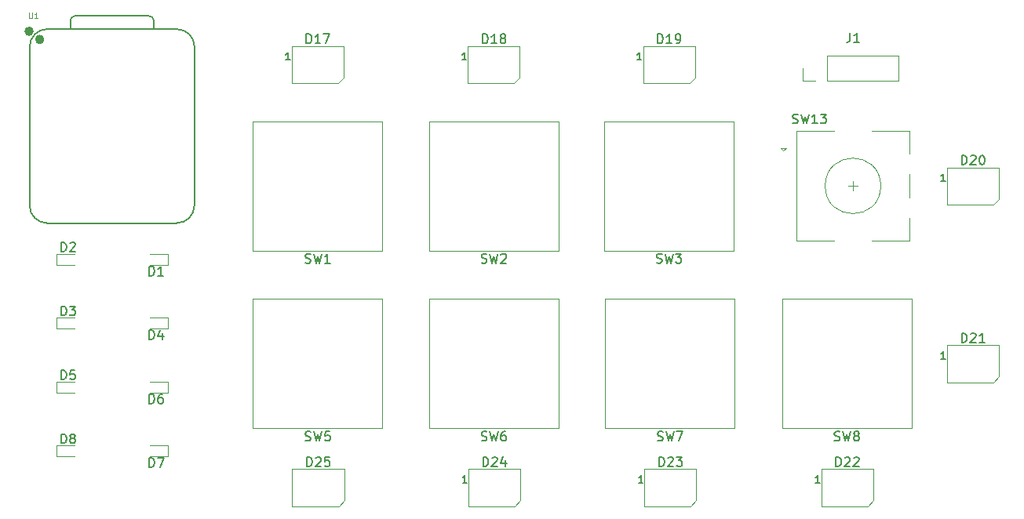
<source format=gbr>
%TF.GenerationSoftware,KiCad,Pcbnew,9.0.6*%
%TF.CreationDate,2025-11-29T18:30:52-05:00*%
%TF.ProjectId,Generalist_Macro,47656e65-7261-46c6-9973-745f4d616372,rev?*%
%TF.SameCoordinates,Original*%
%TF.FileFunction,Legend,Top*%
%TF.FilePolarity,Positive*%
%FSLAX46Y46*%
G04 Gerber Fmt 4.6, Leading zero omitted, Abs format (unit mm)*
G04 Created by KiCad (PCBNEW 9.0.6) date 2025-11-29 18:30:52*
%MOMM*%
%LPD*%
G01*
G04 APERTURE LIST*
%ADD10C,0.150000*%
%ADD11C,0.101600*%
%ADD12C,0.120000*%
%ADD13C,0.127000*%
%ADD14C,0.100000*%
%ADD15C,0.504000*%
G04 APERTURE END LIST*
D10*
X86166667Y-98181200D02*
X86309524Y-98228819D01*
X86309524Y-98228819D02*
X86547619Y-98228819D01*
X86547619Y-98228819D02*
X86642857Y-98181200D01*
X86642857Y-98181200D02*
X86690476Y-98133580D01*
X86690476Y-98133580D02*
X86738095Y-98038342D01*
X86738095Y-98038342D02*
X86738095Y-97943104D01*
X86738095Y-97943104D02*
X86690476Y-97847866D01*
X86690476Y-97847866D02*
X86642857Y-97800247D01*
X86642857Y-97800247D02*
X86547619Y-97752628D01*
X86547619Y-97752628D02*
X86357143Y-97705009D01*
X86357143Y-97705009D02*
X86261905Y-97657390D01*
X86261905Y-97657390D02*
X86214286Y-97609771D01*
X86214286Y-97609771D02*
X86166667Y-97514533D01*
X86166667Y-97514533D02*
X86166667Y-97419295D01*
X86166667Y-97419295D02*
X86214286Y-97324057D01*
X86214286Y-97324057D02*
X86261905Y-97276438D01*
X86261905Y-97276438D02*
X86357143Y-97228819D01*
X86357143Y-97228819D02*
X86595238Y-97228819D01*
X86595238Y-97228819D02*
X86738095Y-97276438D01*
X87071429Y-97228819D02*
X87309524Y-98228819D01*
X87309524Y-98228819D02*
X87500000Y-97514533D01*
X87500000Y-97514533D02*
X87690476Y-98228819D01*
X87690476Y-98228819D02*
X87928572Y-97228819D01*
X88785714Y-97228819D02*
X88309524Y-97228819D01*
X88309524Y-97228819D02*
X88261905Y-97705009D01*
X88261905Y-97705009D02*
X88309524Y-97657390D01*
X88309524Y-97657390D02*
X88404762Y-97609771D01*
X88404762Y-97609771D02*
X88642857Y-97609771D01*
X88642857Y-97609771D02*
X88738095Y-97657390D01*
X88738095Y-97657390D02*
X88785714Y-97705009D01*
X88785714Y-97705009D02*
X88833333Y-97800247D01*
X88833333Y-97800247D02*
X88833333Y-98038342D01*
X88833333Y-98038342D02*
X88785714Y-98133580D01*
X88785714Y-98133580D02*
X88738095Y-98181200D01*
X88738095Y-98181200D02*
X88642857Y-98228819D01*
X88642857Y-98228819D02*
X88404762Y-98228819D01*
X88404762Y-98228819D02*
X88309524Y-98181200D01*
X88309524Y-98181200D02*
X88261905Y-98133580D01*
X105285714Y-55304819D02*
X105285714Y-54304819D01*
X105285714Y-54304819D02*
X105523809Y-54304819D01*
X105523809Y-54304819D02*
X105666666Y-54352438D01*
X105666666Y-54352438D02*
X105761904Y-54447676D01*
X105761904Y-54447676D02*
X105809523Y-54542914D01*
X105809523Y-54542914D02*
X105857142Y-54733390D01*
X105857142Y-54733390D02*
X105857142Y-54876247D01*
X105857142Y-54876247D02*
X105809523Y-55066723D01*
X105809523Y-55066723D02*
X105761904Y-55161961D01*
X105761904Y-55161961D02*
X105666666Y-55257200D01*
X105666666Y-55257200D02*
X105523809Y-55304819D01*
X105523809Y-55304819D02*
X105285714Y-55304819D01*
X106809523Y-55304819D02*
X106238095Y-55304819D01*
X106523809Y-55304819D02*
X106523809Y-54304819D01*
X106523809Y-54304819D02*
X106428571Y-54447676D01*
X106428571Y-54447676D02*
X106333333Y-54542914D01*
X106333333Y-54542914D02*
X106238095Y-54590533D01*
X107380952Y-54733390D02*
X107285714Y-54685771D01*
X107285714Y-54685771D02*
X107238095Y-54638152D01*
X107238095Y-54638152D02*
X107190476Y-54542914D01*
X107190476Y-54542914D02*
X107190476Y-54495295D01*
X107190476Y-54495295D02*
X107238095Y-54400057D01*
X107238095Y-54400057D02*
X107285714Y-54352438D01*
X107285714Y-54352438D02*
X107380952Y-54304819D01*
X107380952Y-54304819D02*
X107571428Y-54304819D01*
X107571428Y-54304819D02*
X107666666Y-54352438D01*
X107666666Y-54352438D02*
X107714285Y-54400057D01*
X107714285Y-54400057D02*
X107761904Y-54495295D01*
X107761904Y-54495295D02*
X107761904Y-54542914D01*
X107761904Y-54542914D02*
X107714285Y-54638152D01*
X107714285Y-54638152D02*
X107666666Y-54685771D01*
X107666666Y-54685771D02*
X107571428Y-54733390D01*
X107571428Y-54733390D02*
X107380952Y-54733390D01*
X107380952Y-54733390D02*
X107285714Y-54781009D01*
X107285714Y-54781009D02*
X107238095Y-54828628D01*
X107238095Y-54828628D02*
X107190476Y-54923866D01*
X107190476Y-54923866D02*
X107190476Y-55114342D01*
X107190476Y-55114342D02*
X107238095Y-55209580D01*
X107238095Y-55209580D02*
X107285714Y-55257200D01*
X107285714Y-55257200D02*
X107380952Y-55304819D01*
X107380952Y-55304819D02*
X107571428Y-55304819D01*
X107571428Y-55304819D02*
X107666666Y-55257200D01*
X107666666Y-55257200D02*
X107714285Y-55209580D01*
X107714285Y-55209580D02*
X107761904Y-55114342D01*
X107761904Y-55114342D02*
X107761904Y-54923866D01*
X107761904Y-54923866D02*
X107714285Y-54828628D01*
X107714285Y-54828628D02*
X107666666Y-54781009D01*
X107666666Y-54781009D02*
X107571428Y-54733390D01*
X103528571Y-57087295D02*
X103071428Y-57087295D01*
X103300000Y-57087295D02*
X103300000Y-56287295D01*
X103300000Y-56287295D02*
X103223809Y-56401580D01*
X103223809Y-56401580D02*
X103147619Y-56477771D01*
X103147619Y-56477771D02*
X103071428Y-56515866D01*
X86156667Y-78981200D02*
X86299524Y-79028819D01*
X86299524Y-79028819D02*
X86537619Y-79028819D01*
X86537619Y-79028819D02*
X86632857Y-78981200D01*
X86632857Y-78981200D02*
X86680476Y-78933580D01*
X86680476Y-78933580D02*
X86728095Y-78838342D01*
X86728095Y-78838342D02*
X86728095Y-78743104D01*
X86728095Y-78743104D02*
X86680476Y-78647866D01*
X86680476Y-78647866D02*
X86632857Y-78600247D01*
X86632857Y-78600247D02*
X86537619Y-78552628D01*
X86537619Y-78552628D02*
X86347143Y-78505009D01*
X86347143Y-78505009D02*
X86251905Y-78457390D01*
X86251905Y-78457390D02*
X86204286Y-78409771D01*
X86204286Y-78409771D02*
X86156667Y-78314533D01*
X86156667Y-78314533D02*
X86156667Y-78219295D01*
X86156667Y-78219295D02*
X86204286Y-78124057D01*
X86204286Y-78124057D02*
X86251905Y-78076438D01*
X86251905Y-78076438D02*
X86347143Y-78028819D01*
X86347143Y-78028819D02*
X86585238Y-78028819D01*
X86585238Y-78028819D02*
X86728095Y-78076438D01*
X87061429Y-78028819D02*
X87299524Y-79028819D01*
X87299524Y-79028819D02*
X87490000Y-78314533D01*
X87490000Y-78314533D02*
X87680476Y-79028819D01*
X87680476Y-79028819D02*
X87918572Y-78028819D01*
X88823333Y-79028819D02*
X88251905Y-79028819D01*
X88537619Y-79028819D02*
X88537619Y-78028819D01*
X88537619Y-78028819D02*
X88442381Y-78171676D01*
X88442381Y-78171676D02*
X88347143Y-78266914D01*
X88347143Y-78266914D02*
X88251905Y-78314533D01*
X105345714Y-100979819D02*
X105345714Y-99979819D01*
X105345714Y-99979819D02*
X105583809Y-99979819D01*
X105583809Y-99979819D02*
X105726666Y-100027438D01*
X105726666Y-100027438D02*
X105821904Y-100122676D01*
X105821904Y-100122676D02*
X105869523Y-100217914D01*
X105869523Y-100217914D02*
X105917142Y-100408390D01*
X105917142Y-100408390D02*
X105917142Y-100551247D01*
X105917142Y-100551247D02*
X105869523Y-100741723D01*
X105869523Y-100741723D02*
X105821904Y-100836961D01*
X105821904Y-100836961D02*
X105726666Y-100932200D01*
X105726666Y-100932200D02*
X105583809Y-100979819D01*
X105583809Y-100979819D02*
X105345714Y-100979819D01*
X106298095Y-100075057D02*
X106345714Y-100027438D01*
X106345714Y-100027438D02*
X106440952Y-99979819D01*
X106440952Y-99979819D02*
X106679047Y-99979819D01*
X106679047Y-99979819D02*
X106774285Y-100027438D01*
X106774285Y-100027438D02*
X106821904Y-100075057D01*
X106821904Y-100075057D02*
X106869523Y-100170295D01*
X106869523Y-100170295D02*
X106869523Y-100265533D01*
X106869523Y-100265533D02*
X106821904Y-100408390D01*
X106821904Y-100408390D02*
X106250476Y-100979819D01*
X106250476Y-100979819D02*
X106869523Y-100979819D01*
X107726666Y-100313152D02*
X107726666Y-100979819D01*
X107488571Y-99932200D02*
X107250476Y-100646485D01*
X107250476Y-100646485D02*
X107869523Y-100646485D01*
X103588571Y-102762295D02*
X103131428Y-102762295D01*
X103360000Y-102762295D02*
X103360000Y-101962295D01*
X103360000Y-101962295D02*
X103283809Y-102076580D01*
X103283809Y-102076580D02*
X103207619Y-102152771D01*
X103207619Y-102152771D02*
X103131428Y-102190866D01*
X143256667Y-98181200D02*
X143399524Y-98228819D01*
X143399524Y-98228819D02*
X143637619Y-98228819D01*
X143637619Y-98228819D02*
X143732857Y-98181200D01*
X143732857Y-98181200D02*
X143780476Y-98133580D01*
X143780476Y-98133580D02*
X143828095Y-98038342D01*
X143828095Y-98038342D02*
X143828095Y-97943104D01*
X143828095Y-97943104D02*
X143780476Y-97847866D01*
X143780476Y-97847866D02*
X143732857Y-97800247D01*
X143732857Y-97800247D02*
X143637619Y-97752628D01*
X143637619Y-97752628D02*
X143447143Y-97705009D01*
X143447143Y-97705009D02*
X143351905Y-97657390D01*
X143351905Y-97657390D02*
X143304286Y-97609771D01*
X143304286Y-97609771D02*
X143256667Y-97514533D01*
X143256667Y-97514533D02*
X143256667Y-97419295D01*
X143256667Y-97419295D02*
X143304286Y-97324057D01*
X143304286Y-97324057D02*
X143351905Y-97276438D01*
X143351905Y-97276438D02*
X143447143Y-97228819D01*
X143447143Y-97228819D02*
X143685238Y-97228819D01*
X143685238Y-97228819D02*
X143828095Y-97276438D01*
X144161429Y-97228819D02*
X144399524Y-98228819D01*
X144399524Y-98228819D02*
X144590000Y-97514533D01*
X144590000Y-97514533D02*
X144780476Y-98228819D01*
X144780476Y-98228819D02*
X145018572Y-97228819D01*
X145542381Y-97657390D02*
X145447143Y-97609771D01*
X145447143Y-97609771D02*
X145399524Y-97562152D01*
X145399524Y-97562152D02*
X145351905Y-97466914D01*
X145351905Y-97466914D02*
X145351905Y-97419295D01*
X145351905Y-97419295D02*
X145399524Y-97324057D01*
X145399524Y-97324057D02*
X145447143Y-97276438D01*
X145447143Y-97276438D02*
X145542381Y-97228819D01*
X145542381Y-97228819D02*
X145732857Y-97228819D01*
X145732857Y-97228819D02*
X145828095Y-97276438D01*
X145828095Y-97276438D02*
X145875714Y-97324057D01*
X145875714Y-97324057D02*
X145923333Y-97419295D01*
X145923333Y-97419295D02*
X145923333Y-97466914D01*
X145923333Y-97466914D02*
X145875714Y-97562152D01*
X145875714Y-97562152D02*
X145828095Y-97609771D01*
X145828095Y-97609771D02*
X145732857Y-97657390D01*
X145732857Y-97657390D02*
X145542381Y-97657390D01*
X145542381Y-97657390D02*
X145447143Y-97705009D01*
X145447143Y-97705009D02*
X145399524Y-97752628D01*
X145399524Y-97752628D02*
X145351905Y-97847866D01*
X145351905Y-97847866D02*
X145351905Y-98038342D01*
X145351905Y-98038342D02*
X145399524Y-98133580D01*
X145399524Y-98133580D02*
X145447143Y-98181200D01*
X145447143Y-98181200D02*
X145542381Y-98228819D01*
X145542381Y-98228819D02*
X145732857Y-98228819D01*
X145732857Y-98228819D02*
X145828095Y-98181200D01*
X145828095Y-98181200D02*
X145875714Y-98133580D01*
X145875714Y-98133580D02*
X145923333Y-98038342D01*
X145923333Y-98038342D02*
X145923333Y-97847866D01*
X145923333Y-97847866D02*
X145875714Y-97752628D01*
X145875714Y-97752628D02*
X145828095Y-97705009D01*
X145828095Y-97705009D02*
X145732857Y-97657390D01*
X124166667Y-98181200D02*
X124309524Y-98228819D01*
X124309524Y-98228819D02*
X124547619Y-98228819D01*
X124547619Y-98228819D02*
X124642857Y-98181200D01*
X124642857Y-98181200D02*
X124690476Y-98133580D01*
X124690476Y-98133580D02*
X124738095Y-98038342D01*
X124738095Y-98038342D02*
X124738095Y-97943104D01*
X124738095Y-97943104D02*
X124690476Y-97847866D01*
X124690476Y-97847866D02*
X124642857Y-97800247D01*
X124642857Y-97800247D02*
X124547619Y-97752628D01*
X124547619Y-97752628D02*
X124357143Y-97705009D01*
X124357143Y-97705009D02*
X124261905Y-97657390D01*
X124261905Y-97657390D02*
X124214286Y-97609771D01*
X124214286Y-97609771D02*
X124166667Y-97514533D01*
X124166667Y-97514533D02*
X124166667Y-97419295D01*
X124166667Y-97419295D02*
X124214286Y-97324057D01*
X124214286Y-97324057D02*
X124261905Y-97276438D01*
X124261905Y-97276438D02*
X124357143Y-97228819D01*
X124357143Y-97228819D02*
X124595238Y-97228819D01*
X124595238Y-97228819D02*
X124738095Y-97276438D01*
X125071429Y-97228819D02*
X125309524Y-98228819D01*
X125309524Y-98228819D02*
X125500000Y-97514533D01*
X125500000Y-97514533D02*
X125690476Y-98228819D01*
X125690476Y-98228819D02*
X125928572Y-97228819D01*
X126214286Y-97228819D02*
X126880952Y-97228819D01*
X126880952Y-97228819D02*
X126452381Y-98228819D01*
X143425714Y-100979819D02*
X143425714Y-99979819D01*
X143425714Y-99979819D02*
X143663809Y-99979819D01*
X143663809Y-99979819D02*
X143806666Y-100027438D01*
X143806666Y-100027438D02*
X143901904Y-100122676D01*
X143901904Y-100122676D02*
X143949523Y-100217914D01*
X143949523Y-100217914D02*
X143997142Y-100408390D01*
X143997142Y-100408390D02*
X143997142Y-100551247D01*
X143997142Y-100551247D02*
X143949523Y-100741723D01*
X143949523Y-100741723D02*
X143901904Y-100836961D01*
X143901904Y-100836961D02*
X143806666Y-100932200D01*
X143806666Y-100932200D02*
X143663809Y-100979819D01*
X143663809Y-100979819D02*
X143425714Y-100979819D01*
X144378095Y-100075057D02*
X144425714Y-100027438D01*
X144425714Y-100027438D02*
X144520952Y-99979819D01*
X144520952Y-99979819D02*
X144759047Y-99979819D01*
X144759047Y-99979819D02*
X144854285Y-100027438D01*
X144854285Y-100027438D02*
X144901904Y-100075057D01*
X144901904Y-100075057D02*
X144949523Y-100170295D01*
X144949523Y-100170295D02*
X144949523Y-100265533D01*
X144949523Y-100265533D02*
X144901904Y-100408390D01*
X144901904Y-100408390D02*
X144330476Y-100979819D01*
X144330476Y-100979819D02*
X144949523Y-100979819D01*
X145330476Y-100075057D02*
X145378095Y-100027438D01*
X145378095Y-100027438D02*
X145473333Y-99979819D01*
X145473333Y-99979819D02*
X145711428Y-99979819D01*
X145711428Y-99979819D02*
X145806666Y-100027438D01*
X145806666Y-100027438D02*
X145854285Y-100075057D01*
X145854285Y-100075057D02*
X145901904Y-100170295D01*
X145901904Y-100170295D02*
X145901904Y-100265533D01*
X145901904Y-100265533D02*
X145854285Y-100408390D01*
X145854285Y-100408390D02*
X145282857Y-100979819D01*
X145282857Y-100979819D02*
X145901904Y-100979819D01*
X141668571Y-102762295D02*
X141211428Y-102762295D01*
X141440000Y-102762295D02*
X141440000Y-101962295D01*
X141440000Y-101962295D02*
X141363809Y-102076580D01*
X141363809Y-102076580D02*
X141287619Y-102152771D01*
X141287619Y-102152771D02*
X141211428Y-102190866D01*
X69311905Y-101086319D02*
X69311905Y-100086319D01*
X69311905Y-100086319D02*
X69550000Y-100086319D01*
X69550000Y-100086319D02*
X69692857Y-100133938D01*
X69692857Y-100133938D02*
X69788095Y-100229176D01*
X69788095Y-100229176D02*
X69835714Y-100324414D01*
X69835714Y-100324414D02*
X69883333Y-100514890D01*
X69883333Y-100514890D02*
X69883333Y-100657747D01*
X69883333Y-100657747D02*
X69835714Y-100848223D01*
X69835714Y-100848223D02*
X69788095Y-100943461D01*
X69788095Y-100943461D02*
X69692857Y-101038700D01*
X69692857Y-101038700D02*
X69550000Y-101086319D01*
X69550000Y-101086319D02*
X69311905Y-101086319D01*
X70216667Y-100086319D02*
X70883333Y-100086319D01*
X70883333Y-100086319D02*
X70454762Y-101086319D01*
X124335714Y-100979819D02*
X124335714Y-99979819D01*
X124335714Y-99979819D02*
X124573809Y-99979819D01*
X124573809Y-99979819D02*
X124716666Y-100027438D01*
X124716666Y-100027438D02*
X124811904Y-100122676D01*
X124811904Y-100122676D02*
X124859523Y-100217914D01*
X124859523Y-100217914D02*
X124907142Y-100408390D01*
X124907142Y-100408390D02*
X124907142Y-100551247D01*
X124907142Y-100551247D02*
X124859523Y-100741723D01*
X124859523Y-100741723D02*
X124811904Y-100836961D01*
X124811904Y-100836961D02*
X124716666Y-100932200D01*
X124716666Y-100932200D02*
X124573809Y-100979819D01*
X124573809Y-100979819D02*
X124335714Y-100979819D01*
X125288095Y-100075057D02*
X125335714Y-100027438D01*
X125335714Y-100027438D02*
X125430952Y-99979819D01*
X125430952Y-99979819D02*
X125669047Y-99979819D01*
X125669047Y-99979819D02*
X125764285Y-100027438D01*
X125764285Y-100027438D02*
X125811904Y-100075057D01*
X125811904Y-100075057D02*
X125859523Y-100170295D01*
X125859523Y-100170295D02*
X125859523Y-100265533D01*
X125859523Y-100265533D02*
X125811904Y-100408390D01*
X125811904Y-100408390D02*
X125240476Y-100979819D01*
X125240476Y-100979819D02*
X125859523Y-100979819D01*
X126192857Y-99979819D02*
X126811904Y-99979819D01*
X126811904Y-99979819D02*
X126478571Y-100360771D01*
X126478571Y-100360771D02*
X126621428Y-100360771D01*
X126621428Y-100360771D02*
X126716666Y-100408390D01*
X126716666Y-100408390D02*
X126764285Y-100456009D01*
X126764285Y-100456009D02*
X126811904Y-100551247D01*
X126811904Y-100551247D02*
X126811904Y-100789342D01*
X126811904Y-100789342D02*
X126764285Y-100884580D01*
X126764285Y-100884580D02*
X126716666Y-100932200D01*
X126716666Y-100932200D02*
X126621428Y-100979819D01*
X126621428Y-100979819D02*
X126335714Y-100979819D01*
X126335714Y-100979819D02*
X126240476Y-100932200D01*
X126240476Y-100932200D02*
X126192857Y-100884580D01*
X122578571Y-102762295D02*
X122121428Y-102762295D01*
X122350000Y-102762295D02*
X122350000Y-101962295D01*
X122350000Y-101962295D02*
X122273809Y-102076580D01*
X122273809Y-102076580D02*
X122197619Y-102152771D01*
X122197619Y-102152771D02*
X122121428Y-102190866D01*
X144926666Y-54184819D02*
X144926666Y-54899104D01*
X144926666Y-54899104D02*
X144879047Y-55041961D01*
X144879047Y-55041961D02*
X144783809Y-55137200D01*
X144783809Y-55137200D02*
X144640952Y-55184819D01*
X144640952Y-55184819D02*
X144545714Y-55184819D01*
X145926666Y-55184819D02*
X145355238Y-55184819D01*
X145640952Y-55184819D02*
X145640952Y-54184819D01*
X145640952Y-54184819D02*
X145545714Y-54327676D01*
X145545714Y-54327676D02*
X145450476Y-54422914D01*
X145450476Y-54422914D02*
X145355238Y-54470533D01*
X59811905Y-84686319D02*
X59811905Y-83686319D01*
X59811905Y-83686319D02*
X60050000Y-83686319D01*
X60050000Y-83686319D02*
X60192857Y-83733938D01*
X60192857Y-83733938D02*
X60288095Y-83829176D01*
X60288095Y-83829176D02*
X60335714Y-83924414D01*
X60335714Y-83924414D02*
X60383333Y-84114890D01*
X60383333Y-84114890D02*
X60383333Y-84257747D01*
X60383333Y-84257747D02*
X60335714Y-84448223D01*
X60335714Y-84448223D02*
X60288095Y-84543461D01*
X60288095Y-84543461D02*
X60192857Y-84638700D01*
X60192857Y-84638700D02*
X60050000Y-84686319D01*
X60050000Y-84686319D02*
X59811905Y-84686319D01*
X60716667Y-83686319D02*
X61335714Y-83686319D01*
X61335714Y-83686319D02*
X61002381Y-84067271D01*
X61002381Y-84067271D02*
X61145238Y-84067271D01*
X61145238Y-84067271D02*
X61240476Y-84114890D01*
X61240476Y-84114890D02*
X61288095Y-84162509D01*
X61288095Y-84162509D02*
X61335714Y-84257747D01*
X61335714Y-84257747D02*
X61335714Y-84495842D01*
X61335714Y-84495842D02*
X61288095Y-84591080D01*
X61288095Y-84591080D02*
X61240476Y-84638700D01*
X61240476Y-84638700D02*
X61145238Y-84686319D01*
X61145238Y-84686319D02*
X60859524Y-84686319D01*
X60859524Y-84686319D02*
X60764286Y-84638700D01*
X60764286Y-84638700D02*
X60716667Y-84591080D01*
X86335714Y-100979819D02*
X86335714Y-99979819D01*
X86335714Y-99979819D02*
X86573809Y-99979819D01*
X86573809Y-99979819D02*
X86716666Y-100027438D01*
X86716666Y-100027438D02*
X86811904Y-100122676D01*
X86811904Y-100122676D02*
X86859523Y-100217914D01*
X86859523Y-100217914D02*
X86907142Y-100408390D01*
X86907142Y-100408390D02*
X86907142Y-100551247D01*
X86907142Y-100551247D02*
X86859523Y-100741723D01*
X86859523Y-100741723D02*
X86811904Y-100836961D01*
X86811904Y-100836961D02*
X86716666Y-100932200D01*
X86716666Y-100932200D02*
X86573809Y-100979819D01*
X86573809Y-100979819D02*
X86335714Y-100979819D01*
X87288095Y-100075057D02*
X87335714Y-100027438D01*
X87335714Y-100027438D02*
X87430952Y-99979819D01*
X87430952Y-99979819D02*
X87669047Y-99979819D01*
X87669047Y-99979819D02*
X87764285Y-100027438D01*
X87764285Y-100027438D02*
X87811904Y-100075057D01*
X87811904Y-100075057D02*
X87859523Y-100170295D01*
X87859523Y-100170295D02*
X87859523Y-100265533D01*
X87859523Y-100265533D02*
X87811904Y-100408390D01*
X87811904Y-100408390D02*
X87240476Y-100979819D01*
X87240476Y-100979819D02*
X87859523Y-100979819D01*
X88764285Y-99979819D02*
X88288095Y-99979819D01*
X88288095Y-99979819D02*
X88240476Y-100456009D01*
X88240476Y-100456009D02*
X88288095Y-100408390D01*
X88288095Y-100408390D02*
X88383333Y-100360771D01*
X88383333Y-100360771D02*
X88621428Y-100360771D01*
X88621428Y-100360771D02*
X88716666Y-100408390D01*
X88716666Y-100408390D02*
X88764285Y-100456009D01*
X88764285Y-100456009D02*
X88811904Y-100551247D01*
X88811904Y-100551247D02*
X88811904Y-100789342D01*
X88811904Y-100789342D02*
X88764285Y-100884580D01*
X88764285Y-100884580D02*
X88716666Y-100932200D01*
X88716666Y-100932200D02*
X88621428Y-100979819D01*
X88621428Y-100979819D02*
X88383333Y-100979819D01*
X88383333Y-100979819D02*
X88288095Y-100932200D01*
X88288095Y-100932200D02*
X88240476Y-100884580D01*
X105166667Y-78981200D02*
X105309524Y-79028819D01*
X105309524Y-79028819D02*
X105547619Y-79028819D01*
X105547619Y-79028819D02*
X105642857Y-78981200D01*
X105642857Y-78981200D02*
X105690476Y-78933580D01*
X105690476Y-78933580D02*
X105738095Y-78838342D01*
X105738095Y-78838342D02*
X105738095Y-78743104D01*
X105738095Y-78743104D02*
X105690476Y-78647866D01*
X105690476Y-78647866D02*
X105642857Y-78600247D01*
X105642857Y-78600247D02*
X105547619Y-78552628D01*
X105547619Y-78552628D02*
X105357143Y-78505009D01*
X105357143Y-78505009D02*
X105261905Y-78457390D01*
X105261905Y-78457390D02*
X105214286Y-78409771D01*
X105214286Y-78409771D02*
X105166667Y-78314533D01*
X105166667Y-78314533D02*
X105166667Y-78219295D01*
X105166667Y-78219295D02*
X105214286Y-78124057D01*
X105214286Y-78124057D02*
X105261905Y-78076438D01*
X105261905Y-78076438D02*
X105357143Y-78028819D01*
X105357143Y-78028819D02*
X105595238Y-78028819D01*
X105595238Y-78028819D02*
X105738095Y-78076438D01*
X106071429Y-78028819D02*
X106309524Y-79028819D01*
X106309524Y-79028819D02*
X106500000Y-78314533D01*
X106500000Y-78314533D02*
X106690476Y-79028819D01*
X106690476Y-79028819D02*
X106928572Y-78028819D01*
X107261905Y-78124057D02*
X107309524Y-78076438D01*
X107309524Y-78076438D02*
X107404762Y-78028819D01*
X107404762Y-78028819D02*
X107642857Y-78028819D01*
X107642857Y-78028819D02*
X107738095Y-78076438D01*
X107738095Y-78076438D02*
X107785714Y-78124057D01*
X107785714Y-78124057D02*
X107833333Y-78219295D01*
X107833333Y-78219295D02*
X107833333Y-78314533D01*
X107833333Y-78314533D02*
X107785714Y-78457390D01*
X107785714Y-78457390D02*
X107214286Y-79028819D01*
X107214286Y-79028819D02*
X107833333Y-79028819D01*
X124066667Y-78981200D02*
X124209524Y-79028819D01*
X124209524Y-79028819D02*
X124447619Y-79028819D01*
X124447619Y-79028819D02*
X124542857Y-78981200D01*
X124542857Y-78981200D02*
X124590476Y-78933580D01*
X124590476Y-78933580D02*
X124638095Y-78838342D01*
X124638095Y-78838342D02*
X124638095Y-78743104D01*
X124638095Y-78743104D02*
X124590476Y-78647866D01*
X124590476Y-78647866D02*
X124542857Y-78600247D01*
X124542857Y-78600247D02*
X124447619Y-78552628D01*
X124447619Y-78552628D02*
X124257143Y-78505009D01*
X124257143Y-78505009D02*
X124161905Y-78457390D01*
X124161905Y-78457390D02*
X124114286Y-78409771D01*
X124114286Y-78409771D02*
X124066667Y-78314533D01*
X124066667Y-78314533D02*
X124066667Y-78219295D01*
X124066667Y-78219295D02*
X124114286Y-78124057D01*
X124114286Y-78124057D02*
X124161905Y-78076438D01*
X124161905Y-78076438D02*
X124257143Y-78028819D01*
X124257143Y-78028819D02*
X124495238Y-78028819D01*
X124495238Y-78028819D02*
X124638095Y-78076438D01*
X124971429Y-78028819D02*
X125209524Y-79028819D01*
X125209524Y-79028819D02*
X125400000Y-78314533D01*
X125400000Y-78314533D02*
X125590476Y-79028819D01*
X125590476Y-79028819D02*
X125828572Y-78028819D01*
X126114286Y-78028819D02*
X126733333Y-78028819D01*
X126733333Y-78028819D02*
X126400000Y-78409771D01*
X126400000Y-78409771D02*
X126542857Y-78409771D01*
X126542857Y-78409771D02*
X126638095Y-78457390D01*
X126638095Y-78457390D02*
X126685714Y-78505009D01*
X126685714Y-78505009D02*
X126733333Y-78600247D01*
X126733333Y-78600247D02*
X126733333Y-78838342D01*
X126733333Y-78838342D02*
X126685714Y-78933580D01*
X126685714Y-78933580D02*
X126638095Y-78981200D01*
X126638095Y-78981200D02*
X126542857Y-79028819D01*
X126542857Y-79028819D02*
X126257143Y-79028819D01*
X126257143Y-79028819D02*
X126161905Y-78981200D01*
X126161905Y-78981200D02*
X126114286Y-78933580D01*
X86275714Y-55304819D02*
X86275714Y-54304819D01*
X86275714Y-54304819D02*
X86513809Y-54304819D01*
X86513809Y-54304819D02*
X86656666Y-54352438D01*
X86656666Y-54352438D02*
X86751904Y-54447676D01*
X86751904Y-54447676D02*
X86799523Y-54542914D01*
X86799523Y-54542914D02*
X86847142Y-54733390D01*
X86847142Y-54733390D02*
X86847142Y-54876247D01*
X86847142Y-54876247D02*
X86799523Y-55066723D01*
X86799523Y-55066723D02*
X86751904Y-55161961D01*
X86751904Y-55161961D02*
X86656666Y-55257200D01*
X86656666Y-55257200D02*
X86513809Y-55304819D01*
X86513809Y-55304819D02*
X86275714Y-55304819D01*
X87799523Y-55304819D02*
X87228095Y-55304819D01*
X87513809Y-55304819D02*
X87513809Y-54304819D01*
X87513809Y-54304819D02*
X87418571Y-54447676D01*
X87418571Y-54447676D02*
X87323333Y-54542914D01*
X87323333Y-54542914D02*
X87228095Y-54590533D01*
X88132857Y-54304819D02*
X88799523Y-54304819D01*
X88799523Y-54304819D02*
X88370952Y-55304819D01*
X84518571Y-57087295D02*
X84061428Y-57087295D01*
X84290000Y-57087295D02*
X84290000Y-56287295D01*
X84290000Y-56287295D02*
X84213809Y-56401580D01*
X84213809Y-56401580D02*
X84137619Y-56477771D01*
X84137619Y-56477771D02*
X84061428Y-56515866D01*
X105176667Y-98181200D02*
X105319524Y-98228819D01*
X105319524Y-98228819D02*
X105557619Y-98228819D01*
X105557619Y-98228819D02*
X105652857Y-98181200D01*
X105652857Y-98181200D02*
X105700476Y-98133580D01*
X105700476Y-98133580D02*
X105748095Y-98038342D01*
X105748095Y-98038342D02*
X105748095Y-97943104D01*
X105748095Y-97943104D02*
X105700476Y-97847866D01*
X105700476Y-97847866D02*
X105652857Y-97800247D01*
X105652857Y-97800247D02*
X105557619Y-97752628D01*
X105557619Y-97752628D02*
X105367143Y-97705009D01*
X105367143Y-97705009D02*
X105271905Y-97657390D01*
X105271905Y-97657390D02*
X105224286Y-97609771D01*
X105224286Y-97609771D02*
X105176667Y-97514533D01*
X105176667Y-97514533D02*
X105176667Y-97419295D01*
X105176667Y-97419295D02*
X105224286Y-97324057D01*
X105224286Y-97324057D02*
X105271905Y-97276438D01*
X105271905Y-97276438D02*
X105367143Y-97228819D01*
X105367143Y-97228819D02*
X105605238Y-97228819D01*
X105605238Y-97228819D02*
X105748095Y-97276438D01*
X106081429Y-97228819D02*
X106319524Y-98228819D01*
X106319524Y-98228819D02*
X106510000Y-97514533D01*
X106510000Y-97514533D02*
X106700476Y-98228819D01*
X106700476Y-98228819D02*
X106938572Y-97228819D01*
X107748095Y-97228819D02*
X107557619Y-97228819D01*
X107557619Y-97228819D02*
X107462381Y-97276438D01*
X107462381Y-97276438D02*
X107414762Y-97324057D01*
X107414762Y-97324057D02*
X107319524Y-97466914D01*
X107319524Y-97466914D02*
X107271905Y-97657390D01*
X107271905Y-97657390D02*
X107271905Y-98038342D01*
X107271905Y-98038342D02*
X107319524Y-98133580D01*
X107319524Y-98133580D02*
X107367143Y-98181200D01*
X107367143Y-98181200D02*
X107462381Y-98228819D01*
X107462381Y-98228819D02*
X107652857Y-98228819D01*
X107652857Y-98228819D02*
X107748095Y-98181200D01*
X107748095Y-98181200D02*
X107795714Y-98133580D01*
X107795714Y-98133580D02*
X107843333Y-98038342D01*
X107843333Y-98038342D02*
X107843333Y-97800247D01*
X107843333Y-97800247D02*
X107795714Y-97705009D01*
X107795714Y-97705009D02*
X107748095Y-97657390D01*
X107748095Y-97657390D02*
X107652857Y-97609771D01*
X107652857Y-97609771D02*
X107462381Y-97609771D01*
X107462381Y-97609771D02*
X107367143Y-97657390D01*
X107367143Y-97657390D02*
X107319524Y-97705009D01*
X107319524Y-97705009D02*
X107271905Y-97800247D01*
X138740476Y-63907200D02*
X138883333Y-63954819D01*
X138883333Y-63954819D02*
X139121428Y-63954819D01*
X139121428Y-63954819D02*
X139216666Y-63907200D01*
X139216666Y-63907200D02*
X139264285Y-63859580D01*
X139264285Y-63859580D02*
X139311904Y-63764342D01*
X139311904Y-63764342D02*
X139311904Y-63669104D01*
X139311904Y-63669104D02*
X139264285Y-63573866D01*
X139264285Y-63573866D02*
X139216666Y-63526247D01*
X139216666Y-63526247D02*
X139121428Y-63478628D01*
X139121428Y-63478628D02*
X138930952Y-63431009D01*
X138930952Y-63431009D02*
X138835714Y-63383390D01*
X138835714Y-63383390D02*
X138788095Y-63335771D01*
X138788095Y-63335771D02*
X138740476Y-63240533D01*
X138740476Y-63240533D02*
X138740476Y-63145295D01*
X138740476Y-63145295D02*
X138788095Y-63050057D01*
X138788095Y-63050057D02*
X138835714Y-63002438D01*
X138835714Y-63002438D02*
X138930952Y-62954819D01*
X138930952Y-62954819D02*
X139169047Y-62954819D01*
X139169047Y-62954819D02*
X139311904Y-63002438D01*
X139645238Y-62954819D02*
X139883333Y-63954819D01*
X139883333Y-63954819D02*
X140073809Y-63240533D01*
X140073809Y-63240533D02*
X140264285Y-63954819D01*
X140264285Y-63954819D02*
X140502381Y-62954819D01*
X141407142Y-63954819D02*
X140835714Y-63954819D01*
X141121428Y-63954819D02*
X141121428Y-62954819D01*
X141121428Y-62954819D02*
X141026190Y-63097676D01*
X141026190Y-63097676D02*
X140930952Y-63192914D01*
X140930952Y-63192914D02*
X140835714Y-63240533D01*
X141740476Y-62954819D02*
X142359523Y-62954819D01*
X142359523Y-62954819D02*
X142026190Y-63335771D01*
X142026190Y-63335771D02*
X142169047Y-63335771D01*
X142169047Y-63335771D02*
X142264285Y-63383390D01*
X142264285Y-63383390D02*
X142311904Y-63431009D01*
X142311904Y-63431009D02*
X142359523Y-63526247D01*
X142359523Y-63526247D02*
X142359523Y-63764342D01*
X142359523Y-63764342D02*
X142311904Y-63859580D01*
X142311904Y-63859580D02*
X142264285Y-63907200D01*
X142264285Y-63907200D02*
X142169047Y-63954819D01*
X142169047Y-63954819D02*
X141883333Y-63954819D01*
X141883333Y-63954819D02*
X141788095Y-63907200D01*
X141788095Y-63907200D02*
X141740476Y-63859580D01*
X69311905Y-94186319D02*
X69311905Y-93186319D01*
X69311905Y-93186319D02*
X69550000Y-93186319D01*
X69550000Y-93186319D02*
X69692857Y-93233938D01*
X69692857Y-93233938D02*
X69788095Y-93329176D01*
X69788095Y-93329176D02*
X69835714Y-93424414D01*
X69835714Y-93424414D02*
X69883333Y-93614890D01*
X69883333Y-93614890D02*
X69883333Y-93757747D01*
X69883333Y-93757747D02*
X69835714Y-93948223D01*
X69835714Y-93948223D02*
X69788095Y-94043461D01*
X69788095Y-94043461D02*
X69692857Y-94138700D01*
X69692857Y-94138700D02*
X69550000Y-94186319D01*
X69550000Y-94186319D02*
X69311905Y-94186319D01*
X70740476Y-93186319D02*
X70550000Y-93186319D01*
X70550000Y-93186319D02*
X70454762Y-93233938D01*
X70454762Y-93233938D02*
X70407143Y-93281557D01*
X70407143Y-93281557D02*
X70311905Y-93424414D01*
X70311905Y-93424414D02*
X70264286Y-93614890D01*
X70264286Y-93614890D02*
X70264286Y-93995842D01*
X70264286Y-93995842D02*
X70311905Y-94091080D01*
X70311905Y-94091080D02*
X70359524Y-94138700D01*
X70359524Y-94138700D02*
X70454762Y-94186319D01*
X70454762Y-94186319D02*
X70645238Y-94186319D01*
X70645238Y-94186319D02*
X70740476Y-94138700D01*
X70740476Y-94138700D02*
X70788095Y-94091080D01*
X70788095Y-94091080D02*
X70835714Y-93995842D01*
X70835714Y-93995842D02*
X70835714Y-93757747D01*
X70835714Y-93757747D02*
X70788095Y-93662509D01*
X70788095Y-93662509D02*
X70740476Y-93614890D01*
X70740476Y-93614890D02*
X70645238Y-93567271D01*
X70645238Y-93567271D02*
X70454762Y-93567271D01*
X70454762Y-93567271D02*
X70359524Y-93614890D01*
X70359524Y-93614890D02*
X70311905Y-93662509D01*
X70311905Y-93662509D02*
X70264286Y-93757747D01*
D11*
X56316190Y-51953479D02*
X56316190Y-52467526D01*
X56316190Y-52467526D02*
X56346428Y-52528002D01*
X56346428Y-52528002D02*
X56376666Y-52558241D01*
X56376666Y-52558241D02*
X56437142Y-52588479D01*
X56437142Y-52588479D02*
X56558095Y-52588479D01*
X56558095Y-52588479D02*
X56618571Y-52558241D01*
X56618571Y-52558241D02*
X56648809Y-52528002D01*
X56648809Y-52528002D02*
X56679047Y-52467526D01*
X56679047Y-52467526D02*
X56679047Y-51953479D01*
X57314047Y-52588479D02*
X56951190Y-52588479D01*
X57132618Y-52588479D02*
X57132618Y-51953479D01*
X57132618Y-51953479D02*
X57072142Y-52044193D01*
X57072142Y-52044193D02*
X57011666Y-52104669D01*
X57011666Y-52104669D02*
X56951190Y-52134907D01*
D10*
X124185714Y-55304819D02*
X124185714Y-54304819D01*
X124185714Y-54304819D02*
X124423809Y-54304819D01*
X124423809Y-54304819D02*
X124566666Y-54352438D01*
X124566666Y-54352438D02*
X124661904Y-54447676D01*
X124661904Y-54447676D02*
X124709523Y-54542914D01*
X124709523Y-54542914D02*
X124757142Y-54733390D01*
X124757142Y-54733390D02*
X124757142Y-54876247D01*
X124757142Y-54876247D02*
X124709523Y-55066723D01*
X124709523Y-55066723D02*
X124661904Y-55161961D01*
X124661904Y-55161961D02*
X124566666Y-55257200D01*
X124566666Y-55257200D02*
X124423809Y-55304819D01*
X124423809Y-55304819D02*
X124185714Y-55304819D01*
X125709523Y-55304819D02*
X125138095Y-55304819D01*
X125423809Y-55304819D02*
X125423809Y-54304819D01*
X125423809Y-54304819D02*
X125328571Y-54447676D01*
X125328571Y-54447676D02*
X125233333Y-54542914D01*
X125233333Y-54542914D02*
X125138095Y-54590533D01*
X126185714Y-55304819D02*
X126376190Y-55304819D01*
X126376190Y-55304819D02*
X126471428Y-55257200D01*
X126471428Y-55257200D02*
X126519047Y-55209580D01*
X126519047Y-55209580D02*
X126614285Y-55066723D01*
X126614285Y-55066723D02*
X126661904Y-54876247D01*
X126661904Y-54876247D02*
X126661904Y-54495295D01*
X126661904Y-54495295D02*
X126614285Y-54400057D01*
X126614285Y-54400057D02*
X126566666Y-54352438D01*
X126566666Y-54352438D02*
X126471428Y-54304819D01*
X126471428Y-54304819D02*
X126280952Y-54304819D01*
X126280952Y-54304819D02*
X126185714Y-54352438D01*
X126185714Y-54352438D02*
X126138095Y-54400057D01*
X126138095Y-54400057D02*
X126090476Y-54495295D01*
X126090476Y-54495295D02*
X126090476Y-54733390D01*
X126090476Y-54733390D02*
X126138095Y-54828628D01*
X126138095Y-54828628D02*
X126185714Y-54876247D01*
X126185714Y-54876247D02*
X126280952Y-54923866D01*
X126280952Y-54923866D02*
X126471428Y-54923866D01*
X126471428Y-54923866D02*
X126566666Y-54876247D01*
X126566666Y-54876247D02*
X126614285Y-54828628D01*
X126614285Y-54828628D02*
X126661904Y-54733390D01*
X122428571Y-57087295D02*
X121971428Y-57087295D01*
X122200000Y-57087295D02*
X122200000Y-56287295D01*
X122200000Y-56287295D02*
X122123809Y-56401580D01*
X122123809Y-56401580D02*
X122047619Y-56477771D01*
X122047619Y-56477771D02*
X121971428Y-56515866D01*
X59811905Y-98486319D02*
X59811905Y-97486319D01*
X59811905Y-97486319D02*
X60050000Y-97486319D01*
X60050000Y-97486319D02*
X60192857Y-97533938D01*
X60192857Y-97533938D02*
X60288095Y-97629176D01*
X60288095Y-97629176D02*
X60335714Y-97724414D01*
X60335714Y-97724414D02*
X60383333Y-97914890D01*
X60383333Y-97914890D02*
X60383333Y-98057747D01*
X60383333Y-98057747D02*
X60335714Y-98248223D01*
X60335714Y-98248223D02*
X60288095Y-98343461D01*
X60288095Y-98343461D02*
X60192857Y-98438700D01*
X60192857Y-98438700D02*
X60050000Y-98486319D01*
X60050000Y-98486319D02*
X59811905Y-98486319D01*
X60954762Y-97914890D02*
X60859524Y-97867271D01*
X60859524Y-97867271D02*
X60811905Y-97819652D01*
X60811905Y-97819652D02*
X60764286Y-97724414D01*
X60764286Y-97724414D02*
X60764286Y-97676795D01*
X60764286Y-97676795D02*
X60811905Y-97581557D01*
X60811905Y-97581557D02*
X60859524Y-97533938D01*
X60859524Y-97533938D02*
X60954762Y-97486319D01*
X60954762Y-97486319D02*
X61145238Y-97486319D01*
X61145238Y-97486319D02*
X61240476Y-97533938D01*
X61240476Y-97533938D02*
X61288095Y-97581557D01*
X61288095Y-97581557D02*
X61335714Y-97676795D01*
X61335714Y-97676795D02*
X61335714Y-97724414D01*
X61335714Y-97724414D02*
X61288095Y-97819652D01*
X61288095Y-97819652D02*
X61240476Y-97867271D01*
X61240476Y-97867271D02*
X61145238Y-97914890D01*
X61145238Y-97914890D02*
X60954762Y-97914890D01*
X60954762Y-97914890D02*
X60859524Y-97962509D01*
X60859524Y-97962509D02*
X60811905Y-98010128D01*
X60811905Y-98010128D02*
X60764286Y-98105366D01*
X60764286Y-98105366D02*
X60764286Y-98295842D01*
X60764286Y-98295842D02*
X60811905Y-98391080D01*
X60811905Y-98391080D02*
X60859524Y-98438700D01*
X60859524Y-98438700D02*
X60954762Y-98486319D01*
X60954762Y-98486319D02*
X61145238Y-98486319D01*
X61145238Y-98486319D02*
X61240476Y-98438700D01*
X61240476Y-98438700D02*
X61288095Y-98391080D01*
X61288095Y-98391080D02*
X61335714Y-98295842D01*
X61335714Y-98295842D02*
X61335714Y-98105366D01*
X61335714Y-98105366D02*
X61288095Y-98010128D01*
X61288095Y-98010128D02*
X61240476Y-97962509D01*
X61240476Y-97962509D02*
X61145238Y-97914890D01*
X59811905Y-77786319D02*
X59811905Y-76786319D01*
X59811905Y-76786319D02*
X60050000Y-76786319D01*
X60050000Y-76786319D02*
X60192857Y-76833938D01*
X60192857Y-76833938D02*
X60288095Y-76929176D01*
X60288095Y-76929176D02*
X60335714Y-77024414D01*
X60335714Y-77024414D02*
X60383333Y-77214890D01*
X60383333Y-77214890D02*
X60383333Y-77357747D01*
X60383333Y-77357747D02*
X60335714Y-77548223D01*
X60335714Y-77548223D02*
X60288095Y-77643461D01*
X60288095Y-77643461D02*
X60192857Y-77738700D01*
X60192857Y-77738700D02*
X60050000Y-77786319D01*
X60050000Y-77786319D02*
X59811905Y-77786319D01*
X60764286Y-76881557D02*
X60811905Y-76833938D01*
X60811905Y-76833938D02*
X60907143Y-76786319D01*
X60907143Y-76786319D02*
X61145238Y-76786319D01*
X61145238Y-76786319D02*
X61240476Y-76833938D01*
X61240476Y-76833938D02*
X61288095Y-76881557D01*
X61288095Y-76881557D02*
X61335714Y-76976795D01*
X61335714Y-76976795D02*
X61335714Y-77072033D01*
X61335714Y-77072033D02*
X61288095Y-77214890D01*
X61288095Y-77214890D02*
X60716667Y-77786319D01*
X60716667Y-77786319D02*
X61335714Y-77786319D01*
X59811905Y-91586319D02*
X59811905Y-90586319D01*
X59811905Y-90586319D02*
X60050000Y-90586319D01*
X60050000Y-90586319D02*
X60192857Y-90633938D01*
X60192857Y-90633938D02*
X60288095Y-90729176D01*
X60288095Y-90729176D02*
X60335714Y-90824414D01*
X60335714Y-90824414D02*
X60383333Y-91014890D01*
X60383333Y-91014890D02*
X60383333Y-91157747D01*
X60383333Y-91157747D02*
X60335714Y-91348223D01*
X60335714Y-91348223D02*
X60288095Y-91443461D01*
X60288095Y-91443461D02*
X60192857Y-91538700D01*
X60192857Y-91538700D02*
X60050000Y-91586319D01*
X60050000Y-91586319D02*
X59811905Y-91586319D01*
X61288095Y-90586319D02*
X60811905Y-90586319D01*
X60811905Y-90586319D02*
X60764286Y-91062509D01*
X60764286Y-91062509D02*
X60811905Y-91014890D01*
X60811905Y-91014890D02*
X60907143Y-90967271D01*
X60907143Y-90967271D02*
X61145238Y-90967271D01*
X61145238Y-90967271D02*
X61240476Y-91014890D01*
X61240476Y-91014890D02*
X61288095Y-91062509D01*
X61288095Y-91062509D02*
X61335714Y-91157747D01*
X61335714Y-91157747D02*
X61335714Y-91395842D01*
X61335714Y-91395842D02*
X61288095Y-91491080D01*
X61288095Y-91491080D02*
X61240476Y-91538700D01*
X61240476Y-91538700D02*
X61145238Y-91586319D01*
X61145238Y-91586319D02*
X60907143Y-91586319D01*
X60907143Y-91586319D02*
X60811905Y-91538700D01*
X60811905Y-91538700D02*
X60764286Y-91491080D01*
X69311905Y-80386319D02*
X69311905Y-79386319D01*
X69311905Y-79386319D02*
X69550000Y-79386319D01*
X69550000Y-79386319D02*
X69692857Y-79433938D01*
X69692857Y-79433938D02*
X69788095Y-79529176D01*
X69788095Y-79529176D02*
X69835714Y-79624414D01*
X69835714Y-79624414D02*
X69883333Y-79814890D01*
X69883333Y-79814890D02*
X69883333Y-79957747D01*
X69883333Y-79957747D02*
X69835714Y-80148223D01*
X69835714Y-80148223D02*
X69788095Y-80243461D01*
X69788095Y-80243461D02*
X69692857Y-80338700D01*
X69692857Y-80338700D02*
X69550000Y-80386319D01*
X69550000Y-80386319D02*
X69311905Y-80386319D01*
X70835714Y-80386319D02*
X70264286Y-80386319D01*
X70550000Y-80386319D02*
X70550000Y-79386319D01*
X70550000Y-79386319D02*
X70454762Y-79529176D01*
X70454762Y-79529176D02*
X70359524Y-79624414D01*
X70359524Y-79624414D02*
X70264286Y-79672033D01*
X156985714Y-87604819D02*
X156985714Y-86604819D01*
X156985714Y-86604819D02*
X157223809Y-86604819D01*
X157223809Y-86604819D02*
X157366666Y-86652438D01*
X157366666Y-86652438D02*
X157461904Y-86747676D01*
X157461904Y-86747676D02*
X157509523Y-86842914D01*
X157509523Y-86842914D02*
X157557142Y-87033390D01*
X157557142Y-87033390D02*
X157557142Y-87176247D01*
X157557142Y-87176247D02*
X157509523Y-87366723D01*
X157509523Y-87366723D02*
X157461904Y-87461961D01*
X157461904Y-87461961D02*
X157366666Y-87557200D01*
X157366666Y-87557200D02*
X157223809Y-87604819D01*
X157223809Y-87604819D02*
X156985714Y-87604819D01*
X157938095Y-86700057D02*
X157985714Y-86652438D01*
X157985714Y-86652438D02*
X158080952Y-86604819D01*
X158080952Y-86604819D02*
X158319047Y-86604819D01*
X158319047Y-86604819D02*
X158414285Y-86652438D01*
X158414285Y-86652438D02*
X158461904Y-86700057D01*
X158461904Y-86700057D02*
X158509523Y-86795295D01*
X158509523Y-86795295D02*
X158509523Y-86890533D01*
X158509523Y-86890533D02*
X158461904Y-87033390D01*
X158461904Y-87033390D02*
X157890476Y-87604819D01*
X157890476Y-87604819D02*
X158509523Y-87604819D01*
X159461904Y-87604819D02*
X158890476Y-87604819D01*
X159176190Y-87604819D02*
X159176190Y-86604819D01*
X159176190Y-86604819D02*
X159080952Y-86747676D01*
X159080952Y-86747676D02*
X158985714Y-86842914D01*
X158985714Y-86842914D02*
X158890476Y-86890533D01*
X155228571Y-89387295D02*
X154771428Y-89387295D01*
X155000000Y-89387295D02*
X155000000Y-88587295D01*
X155000000Y-88587295D02*
X154923809Y-88701580D01*
X154923809Y-88701580D02*
X154847619Y-88777771D01*
X154847619Y-88777771D02*
X154771428Y-88815866D01*
X69311905Y-87286319D02*
X69311905Y-86286319D01*
X69311905Y-86286319D02*
X69550000Y-86286319D01*
X69550000Y-86286319D02*
X69692857Y-86333938D01*
X69692857Y-86333938D02*
X69788095Y-86429176D01*
X69788095Y-86429176D02*
X69835714Y-86524414D01*
X69835714Y-86524414D02*
X69883333Y-86714890D01*
X69883333Y-86714890D02*
X69883333Y-86857747D01*
X69883333Y-86857747D02*
X69835714Y-87048223D01*
X69835714Y-87048223D02*
X69788095Y-87143461D01*
X69788095Y-87143461D02*
X69692857Y-87238700D01*
X69692857Y-87238700D02*
X69550000Y-87286319D01*
X69550000Y-87286319D02*
X69311905Y-87286319D01*
X70740476Y-86619652D02*
X70740476Y-87286319D01*
X70502381Y-86238700D02*
X70264286Y-86952985D01*
X70264286Y-86952985D02*
X70883333Y-86952985D01*
X156985714Y-68404819D02*
X156985714Y-67404819D01*
X156985714Y-67404819D02*
X157223809Y-67404819D01*
X157223809Y-67404819D02*
X157366666Y-67452438D01*
X157366666Y-67452438D02*
X157461904Y-67547676D01*
X157461904Y-67547676D02*
X157509523Y-67642914D01*
X157509523Y-67642914D02*
X157557142Y-67833390D01*
X157557142Y-67833390D02*
X157557142Y-67976247D01*
X157557142Y-67976247D02*
X157509523Y-68166723D01*
X157509523Y-68166723D02*
X157461904Y-68261961D01*
X157461904Y-68261961D02*
X157366666Y-68357200D01*
X157366666Y-68357200D02*
X157223809Y-68404819D01*
X157223809Y-68404819D02*
X156985714Y-68404819D01*
X157938095Y-67500057D02*
X157985714Y-67452438D01*
X157985714Y-67452438D02*
X158080952Y-67404819D01*
X158080952Y-67404819D02*
X158319047Y-67404819D01*
X158319047Y-67404819D02*
X158414285Y-67452438D01*
X158414285Y-67452438D02*
X158461904Y-67500057D01*
X158461904Y-67500057D02*
X158509523Y-67595295D01*
X158509523Y-67595295D02*
X158509523Y-67690533D01*
X158509523Y-67690533D02*
X158461904Y-67833390D01*
X158461904Y-67833390D02*
X157890476Y-68404819D01*
X157890476Y-68404819D02*
X158509523Y-68404819D01*
X159128571Y-67404819D02*
X159223809Y-67404819D01*
X159223809Y-67404819D02*
X159319047Y-67452438D01*
X159319047Y-67452438D02*
X159366666Y-67500057D01*
X159366666Y-67500057D02*
X159414285Y-67595295D01*
X159414285Y-67595295D02*
X159461904Y-67785771D01*
X159461904Y-67785771D02*
X159461904Y-68023866D01*
X159461904Y-68023866D02*
X159414285Y-68214342D01*
X159414285Y-68214342D02*
X159366666Y-68309580D01*
X159366666Y-68309580D02*
X159319047Y-68357200D01*
X159319047Y-68357200D02*
X159223809Y-68404819D01*
X159223809Y-68404819D02*
X159128571Y-68404819D01*
X159128571Y-68404819D02*
X159033333Y-68357200D01*
X159033333Y-68357200D02*
X158985714Y-68309580D01*
X158985714Y-68309580D02*
X158938095Y-68214342D01*
X158938095Y-68214342D02*
X158890476Y-68023866D01*
X158890476Y-68023866D02*
X158890476Y-67785771D01*
X158890476Y-67785771D02*
X158938095Y-67595295D01*
X158938095Y-67595295D02*
X158985714Y-67500057D01*
X158985714Y-67500057D02*
X159033333Y-67452438D01*
X159033333Y-67452438D02*
X159128571Y-67404819D01*
X155228571Y-70187295D02*
X154771428Y-70187295D01*
X155000000Y-70187295D02*
X155000000Y-69387295D01*
X155000000Y-69387295D02*
X154923809Y-69501580D01*
X154923809Y-69501580D02*
X154847619Y-69577771D01*
X154847619Y-69577771D02*
X154771428Y-69615866D01*
D12*
%TO.C,SW5*%
X80515000Y-82915000D02*
X94485000Y-82915000D01*
X80515000Y-96885000D02*
X80515000Y-82915000D01*
X94485000Y-82915000D02*
X94485000Y-96885000D01*
X94485000Y-96885000D02*
X80515000Y-96885000D01*
%TO.C,D18*%
X103700000Y-55600000D02*
X103700000Y-59600000D01*
X103700000Y-55600000D02*
X109300000Y-55600000D01*
X103700000Y-59600000D02*
X108700000Y-59600000D01*
X109300000Y-59000000D02*
X108700000Y-59600000D01*
X109300000Y-59000000D02*
X109300000Y-55600000D01*
%TO.C,SW1*%
X80505000Y-63715000D02*
X94475000Y-63715000D01*
X80505000Y-77685000D02*
X80505000Y-63715000D01*
X94475000Y-63715000D02*
X94475000Y-77685000D01*
X94475000Y-77685000D02*
X80505000Y-77685000D01*
%TO.C,D24*%
X103760000Y-101275000D02*
X103760000Y-105275000D01*
X103760000Y-101275000D02*
X109360000Y-101275000D01*
X103760000Y-105275000D02*
X108760000Y-105275000D01*
X109360000Y-104675000D02*
X108760000Y-105275000D01*
X109360000Y-104675000D02*
X109360000Y-101275000D01*
%TO.C,SW8*%
X137605000Y-82915000D02*
X151575000Y-82915000D01*
X137605000Y-96885000D02*
X137605000Y-82915000D01*
X151575000Y-82915000D02*
X151575000Y-96885000D01*
X151575000Y-96885000D02*
X137605000Y-96885000D01*
%TO.C,SW7*%
X118515000Y-82915000D02*
X132485000Y-82915000D01*
X118515000Y-96885000D02*
X118515000Y-82915000D01*
X132485000Y-82915000D02*
X132485000Y-96885000D01*
X132485000Y-96885000D02*
X118515000Y-96885000D01*
%TO.C,D22*%
X141840000Y-101275000D02*
X141840000Y-105275000D01*
X141840000Y-101275000D02*
X147440000Y-101275000D01*
X141840000Y-105275000D02*
X146840000Y-105275000D01*
X147440000Y-104675000D02*
X146840000Y-105275000D01*
X147440000Y-104675000D02*
X147440000Y-101275000D01*
%TO.C,D7*%
X69350000Y-98731500D02*
X71310000Y-98731500D01*
X69350000Y-99931500D02*
X71310000Y-99931500D01*
X71310000Y-99931500D02*
X71310000Y-98731500D01*
%TO.C,D23*%
X122750000Y-101275000D02*
X122750000Y-105275000D01*
X122750000Y-101275000D02*
X128350000Y-101275000D01*
X122750000Y-105275000D02*
X127750000Y-105275000D01*
X128350000Y-104675000D02*
X127750000Y-105275000D01*
X128350000Y-104675000D02*
X128350000Y-101275000D01*
%TO.C,J1*%
X139810000Y-59380000D02*
X139810000Y-58000000D01*
X141190000Y-59380000D02*
X139810000Y-59380000D01*
X142460000Y-56620000D02*
X150190000Y-56620000D01*
X142460000Y-59380000D02*
X142460000Y-56620000D01*
X142460000Y-59380000D02*
X150190000Y-59380000D01*
X150190000Y-59380000D02*
X150190000Y-56620000D01*
%TO.C,D3*%
X61250000Y-86131500D02*
X59290000Y-86131500D01*
X61250000Y-84931500D02*
X59290000Y-84931500D01*
X59290000Y-84931500D02*
X59290000Y-86131500D01*
%TO.C,D25*%
X84750000Y-101275000D02*
X84750000Y-105275000D01*
X84750000Y-101275000D02*
X90350000Y-101275000D01*
X84750000Y-105275000D02*
X89750000Y-105275000D01*
X90350000Y-104675000D02*
X89750000Y-105275000D01*
X90350000Y-104675000D02*
X90350000Y-101275000D01*
%TO.C,SW2*%
X99515000Y-63715000D02*
X113485000Y-63715000D01*
X99515000Y-77685000D02*
X99515000Y-63715000D01*
X113485000Y-63715000D02*
X113485000Y-77685000D01*
X113485000Y-77685000D02*
X99515000Y-77685000D01*
%TO.C,SW3*%
X118415000Y-63715000D02*
X132385000Y-63715000D01*
X118415000Y-77685000D02*
X118415000Y-63715000D01*
X132385000Y-63715000D02*
X132385000Y-77685000D01*
X132385000Y-77685000D02*
X118415000Y-77685000D01*
%TO.C,D17*%
X84690000Y-55600000D02*
X84690000Y-59600000D01*
X84690000Y-55600000D02*
X90290000Y-55600000D01*
X84690000Y-59600000D02*
X89690000Y-59600000D01*
X90290000Y-59000000D02*
X89690000Y-59600000D01*
X90290000Y-59000000D02*
X90290000Y-55600000D01*
%TO.C,SW6*%
X99525000Y-82915000D02*
X113495000Y-82915000D01*
X99525000Y-96885000D02*
X99525000Y-82915000D01*
X113495000Y-82915000D02*
X113495000Y-96885000D01*
X113495000Y-96885000D02*
X99525000Y-96885000D01*
%TO.C,SW13*%
X137450000Y-66600000D02*
X138050000Y-66600000D01*
X137750000Y-66900000D02*
X137450000Y-66600000D01*
X138050000Y-66600000D02*
X137750000Y-66900000D01*
X139150000Y-64800000D02*
X139150000Y-76600000D01*
X143250000Y-64800000D02*
X139150000Y-64800000D01*
X143250000Y-76600000D02*
X139150000Y-76600000D01*
X144750000Y-70700000D02*
X145750000Y-70700000D01*
X145250000Y-70200000D02*
X145250000Y-71200000D01*
X147250000Y-64800000D02*
X151350000Y-64800000D01*
X151350000Y-64800000D02*
X151350000Y-67200000D01*
X151350000Y-69400000D02*
X151350000Y-72000000D01*
X151350000Y-74200000D02*
X151350000Y-76600000D01*
X151350000Y-76600000D02*
X147250000Y-76600000D01*
X148250000Y-70700000D02*
G75*
G02*
X142250000Y-70700000I-3000000J0D01*
G01*
X142250000Y-70700000D02*
G75*
G02*
X148250000Y-70700000I3000000J0D01*
G01*
%TO.C,D6*%
X69350000Y-91831500D02*
X71310000Y-91831500D01*
X69350000Y-93031500D02*
X71310000Y-93031500D01*
X71310000Y-93031500D02*
X71310000Y-91831500D01*
D13*
%TO.C,U1*%
X56410000Y-72809000D02*
X56410000Y-55664000D01*
X58315000Y-74714000D02*
X72285000Y-74714000D01*
X60805000Y-53759000D02*
X60808728Y-52848728D01*
X61308728Y-52349000D02*
X69304000Y-52349000D01*
X69804000Y-52849000D02*
X69804000Y-53759000D01*
D14*
X72285000Y-53759000D02*
X58315000Y-53759000D01*
D13*
X72285000Y-53759000D02*
X58315000Y-53759000D01*
X74190000Y-72809000D02*
X74190000Y-55664000D01*
X56410000Y-55664000D02*
G75*
G02*
X58315000Y-53759000I1905001J-1D01*
G01*
X58315000Y-74714000D02*
G75*
G02*
X56410000Y-72809000I1J1905001D01*
G01*
X60808728Y-52848728D02*
G75*
G02*
X61308728Y-52349001I500018J-291D01*
G01*
X69304000Y-52349000D02*
G75*
G02*
X69804000Y-52849000I0J-500000D01*
G01*
X72285000Y-53759000D02*
G75*
G02*
X74190000Y-55664000I0J-1905000D01*
G01*
X74190000Y-72809000D02*
G75*
G02*
X72285000Y-74714000I-1905000J0D01*
G01*
D15*
X56602000Y-54000000D02*
G75*
G02*
X56098000Y-54000000I-252000J0D01*
G01*
X56098000Y-54000000D02*
G75*
G02*
X56602000Y-54000000I252000J0D01*
G01*
X57745000Y-54880000D02*
G75*
G02*
X57241000Y-54880000I-252000J0D01*
G01*
X57241000Y-54880000D02*
G75*
G02*
X57745000Y-54880000I252000J0D01*
G01*
D12*
%TO.C,D19*%
X122600000Y-55600000D02*
X122600000Y-59600000D01*
X122600000Y-55600000D02*
X128200000Y-55600000D01*
X122600000Y-59600000D02*
X127600000Y-59600000D01*
X128200000Y-59000000D02*
X127600000Y-59600000D01*
X128200000Y-59000000D02*
X128200000Y-55600000D01*
%TO.C,D8*%
X61250000Y-99931500D02*
X59290000Y-99931500D01*
X61250000Y-98731500D02*
X59290000Y-98731500D01*
X59290000Y-98731500D02*
X59290000Y-99931500D01*
%TO.C,D2*%
X61250000Y-79231500D02*
X59290000Y-79231500D01*
X61250000Y-78031500D02*
X59290000Y-78031500D01*
X59290000Y-78031500D02*
X59290000Y-79231500D01*
%TO.C,D5*%
X61250000Y-93031500D02*
X59290000Y-93031500D01*
X61250000Y-91831500D02*
X59290000Y-91831500D01*
X59290000Y-91831500D02*
X59290000Y-93031500D01*
%TO.C,D1*%
X69350000Y-78031500D02*
X71310000Y-78031500D01*
X69350000Y-79231500D02*
X71310000Y-79231500D01*
X71310000Y-79231500D02*
X71310000Y-78031500D01*
%TO.C,D21*%
X155400000Y-87900000D02*
X155400000Y-91900000D01*
X155400000Y-87900000D02*
X161000000Y-87900000D01*
X155400000Y-91900000D02*
X160400000Y-91900000D01*
X161000000Y-91300000D02*
X160400000Y-91900000D01*
X161000000Y-91300000D02*
X161000000Y-87900000D01*
%TO.C,D4*%
X69350000Y-84931500D02*
X71310000Y-84931500D01*
X69350000Y-86131500D02*
X71310000Y-86131500D01*
X71310000Y-86131500D02*
X71310000Y-84931500D01*
%TO.C,D20*%
X155400000Y-68700000D02*
X155400000Y-72700000D01*
X155400000Y-68700000D02*
X161000000Y-68700000D01*
X155400000Y-72700000D02*
X160400000Y-72700000D01*
X161000000Y-72100000D02*
X160400000Y-72700000D01*
X161000000Y-72100000D02*
X161000000Y-68700000D01*
%TD*%
M02*

</source>
